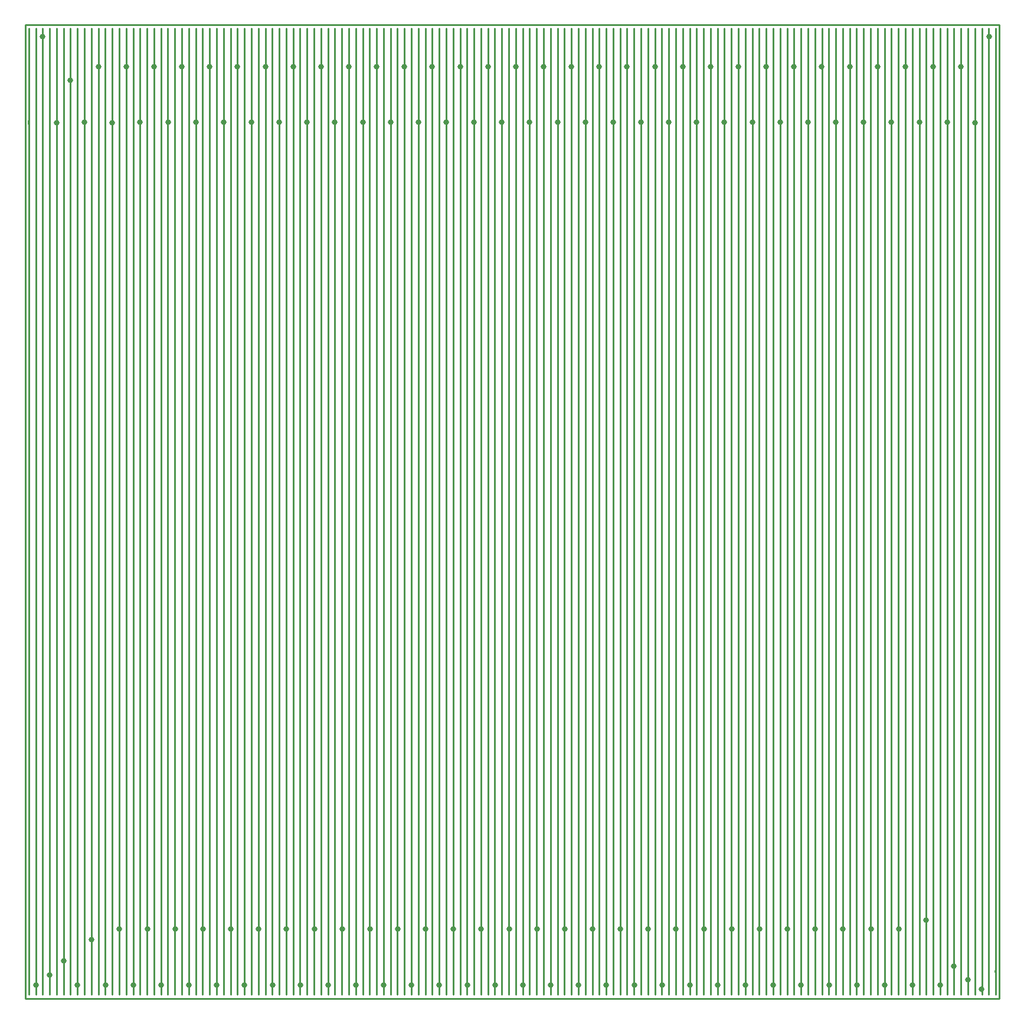
<source format=gtl>
G04*
G04 #@! TF.GenerationSoftware,Altium Limited,Altium Designer,21.3.1 (25)*
G04*
G04 Layer_Physical_Order=1*
G04 Layer_Color=255*
%FSLAX25Y25*%
%MOIN*%
G70*
G04*
G04 #@! TF.SameCoordinates,D0EAD6BF-6444-4E14-9138-9319D8FA21D0*
G04*
G04*
G04 #@! TF.FilePolarity,Positive*
G04*
G01*
G75*
%ADD10C,0.00984*%
%ADD11C,0.01575*%
%ADD12C,0.03150*%
%ADD13C,0.01000*%
G36*
X2461Y495980D02*
X2461Y495891D01*
X2481Y495567D01*
X2488Y495527D01*
X2497Y495496D01*
X2506Y495472D01*
X2517Y495457D01*
X1972Y494901D01*
X1415Y495470D01*
X1426Y495486D01*
X1437Y495510D01*
X1446Y495542D01*
X1454Y495583D01*
X1461Y495631D01*
X1471Y495753D01*
X1476Y495996D01*
X2461Y495980D01*
D02*
G37*
G36*
X2517Y494346D02*
X2506Y494330D01*
X2497Y494307D01*
X2488Y494275D01*
X2481Y494235D01*
X2461Y493911D01*
X2461Y493822D01*
X1476Y493806D01*
X1471Y494050D01*
X1461Y494171D01*
X1454Y494219D01*
X1446Y494260D01*
X1437Y494292D01*
X1426Y494316D01*
X1415Y494332D01*
X1972Y494901D01*
X2517Y494346D01*
D02*
G37*
D10*
X1969Y2461D02*
Y548032D01*
Y2461D02*
Y548032D01*
X5898Y2461D02*
Y548032D01*
X9827Y2461D02*
Y548032D01*
X21614Y2461D02*
Y548032D01*
X25543Y2461D02*
Y548032D01*
X29472Y2461D02*
Y548032D01*
X37331Y2461D02*
Y548032D01*
X41260Y2461D02*
Y548032D01*
X45189Y2461D02*
Y548032D01*
X53047Y2461D02*
Y548032D01*
X56976Y2461D02*
Y548032D01*
X60905Y2461D02*
Y548032D01*
X64835Y2461D02*
Y548032D01*
X68764Y2461D02*
Y548032D01*
X72693Y2461D02*
Y548032D01*
X76622Y2461D02*
Y548032D01*
X80551Y2461D02*
Y548032D01*
X84480Y2461D02*
Y548032D01*
X88409Y2461D02*
Y548032D01*
X92339Y2461D02*
Y548032D01*
X96268Y2461D02*
Y548032D01*
X100197Y2461D02*
Y548032D01*
X104126Y2461D02*
Y548032D01*
X108055Y2461D02*
Y548032D01*
X111984Y2461D02*
Y548032D01*
X115913Y2461D02*
Y548032D01*
X119843Y2461D02*
Y548032D01*
X123772Y2461D02*
Y548032D01*
X127701Y2461D02*
Y548032D01*
X131630Y2461D02*
Y548032D01*
X135559Y2461D02*
Y548032D01*
X139488Y2461D02*
Y548032D01*
X143417Y2461D02*
Y548032D01*
X147346Y2461D02*
Y548032D01*
X151276Y2461D02*
Y548032D01*
X155205Y2461D02*
Y548032D01*
X159134Y2461D02*
Y548032D01*
X163063Y2461D02*
Y548032D01*
X166992Y2461D02*
Y548032D01*
X170921Y2461D02*
Y548032D01*
X174850Y2461D02*
Y548032D01*
X178779Y2461D02*
Y548032D01*
X182709Y2461D02*
Y548032D01*
X186638Y2461D02*
Y548032D01*
X190567Y2461D02*
Y548032D01*
X194496Y2461D02*
Y548032D01*
X198425Y2461D02*
Y548032D01*
X202354Y2461D02*
Y548032D01*
X206283Y2461D02*
Y548032D01*
X210213Y2461D02*
Y548032D01*
X214142Y2461D02*
Y548032D01*
X218071Y2461D02*
Y548032D01*
X222000Y2461D02*
Y548032D01*
X225929Y2461D02*
Y548032D01*
X229858Y2461D02*
Y548032D01*
X233787Y2461D02*
Y548032D01*
X237717Y2461D02*
Y548032D01*
X241646Y2461D02*
Y548032D01*
X245575Y2461D02*
Y548032D01*
X249504Y2461D02*
Y548032D01*
X253433Y2461D02*
Y548032D01*
X257362Y2461D02*
Y548032D01*
X261291Y2461D02*
Y548032D01*
X265220Y2461D02*
Y548032D01*
X269150Y2461D02*
Y548032D01*
X273079Y2461D02*
Y548032D01*
X277008Y2461D02*
Y548032D01*
X280937Y2461D02*
Y548032D01*
X284866Y2461D02*
Y548032D01*
X288795Y2461D02*
Y548032D01*
X292724Y2461D02*
Y548032D01*
X296654Y2461D02*
Y548032D01*
X300583Y2461D02*
Y548032D01*
X304512Y2461D02*
Y548032D01*
X308441Y2461D02*
Y548032D01*
X312370Y2461D02*
Y548032D01*
X316299Y2461D02*
Y548032D01*
X320228Y2461D02*
Y548032D01*
X324158Y2461D02*
Y548032D01*
X328087Y2461D02*
Y548032D01*
X332016Y2461D02*
Y548032D01*
X335945Y2461D02*
Y548032D01*
X339874Y2461D02*
Y548032D01*
X343803Y2461D02*
Y548032D01*
X347732Y2461D02*
Y548032D01*
X351661Y2461D02*
Y548032D01*
X355591Y2461D02*
Y548032D01*
X359520Y2461D02*
Y548032D01*
X363449Y2461D02*
Y548032D01*
X367378Y2461D02*
Y548032D01*
X371307Y2461D02*
Y548032D01*
X375236Y2461D02*
Y548032D01*
X379165Y2461D02*
Y548032D01*
X383095Y2461D02*
Y548032D01*
X387024Y2461D02*
Y548032D01*
X390953Y2461D02*
Y548032D01*
X394882Y2461D02*
Y548032D01*
X398811Y2461D02*
Y548032D01*
X402740Y2461D02*
Y548032D01*
X406669Y2461D02*
Y548032D01*
X410598Y2461D02*
Y548032D01*
X414528Y2461D02*
Y548032D01*
X418457Y2461D02*
Y548032D01*
X422386Y2461D02*
Y548032D01*
X426315Y2461D02*
Y548032D01*
X430244Y2461D02*
Y548032D01*
X434173Y2461D02*
Y548032D01*
X438102Y2461D02*
Y548032D01*
X442031Y2461D02*
Y548032D01*
X445961Y2461D02*
Y548032D01*
X449890Y2461D02*
Y548032D01*
X453819Y2461D02*
Y548032D01*
X457748Y2461D02*
Y548032D01*
X461677Y2461D02*
Y548032D01*
X465606Y2461D02*
Y548032D01*
X469535Y2461D02*
Y548032D01*
X473465Y2461D02*
Y548032D01*
X477394Y2461D02*
Y548032D01*
X481323Y2461D02*
Y548032D01*
X540260Y2461D02*
Y548032D01*
X544189Y2461D02*
Y548032D01*
X13756Y2461D02*
Y548032D01*
X17685Y494126D02*
Y548032D01*
Y2461D02*
Y494063D01*
X33402Y494158D02*
Y548032D01*
Y2461D02*
Y494031D01*
X49118Y2461D02*
Y494000D01*
Y494189D02*
Y548032D01*
X548118Y39417D02*
Y548032D01*
X548110Y39409D02*
X548118Y39417D01*
Y2461D02*
Y39402D01*
X548110Y39409D02*
X548118Y39402D01*
X536331Y2461D02*
Y548032D01*
X512756Y2461D02*
Y548032D01*
X516685Y2461D02*
Y548032D01*
X520614Y2461D02*
Y548032D01*
X524543Y2461D02*
Y548032D01*
X528472Y2461D02*
Y548032D01*
X532402Y2461D02*
Y548032D01*
X504898Y2461D02*
Y548032D01*
X508827Y2461D02*
Y548032D01*
X489181Y2461D02*
Y548032D01*
X493110Y2461D02*
Y548032D01*
X500969Y2461D02*
Y548032D01*
X497039Y2461D02*
Y548032D01*
X485252Y2461D02*
Y548032D01*
D11*
X1959Y494901D02*
D03*
X548032Y15354D02*
D03*
D12*
X41258Y526392D02*
D03*
X25551Y518858D02*
D03*
X49131Y494854D02*
D03*
X33392Y494945D02*
D03*
X17681Y494878D02*
D03*
X544252Y543386D02*
D03*
X56975Y526392D02*
D03*
X72691D02*
D03*
X88408D02*
D03*
X104124D02*
D03*
X119841D02*
D03*
X135557D02*
D03*
X151274D02*
D03*
X166990D02*
D03*
X182707D02*
D03*
X198423D02*
D03*
X214140D02*
D03*
X229856D02*
D03*
X245573D02*
D03*
X261290D02*
D03*
X277006D02*
D03*
X292723D02*
D03*
X308439D02*
D03*
X324156D02*
D03*
X339872D02*
D03*
X355589D02*
D03*
X371305D02*
D03*
X387022D02*
D03*
X402738D02*
D03*
X418455D02*
D03*
X434171D02*
D03*
X449888D02*
D03*
X465604D02*
D03*
X481321D02*
D03*
X497038D02*
D03*
X9843Y543307D02*
D03*
X80557Y494988D02*
D03*
X96273D02*
D03*
X111990D02*
D03*
X127707D02*
D03*
X143423D02*
D03*
X159140D02*
D03*
X174856D02*
D03*
X190573D02*
D03*
X206289D02*
D03*
X222006D02*
D03*
X237722D02*
D03*
X253439D02*
D03*
X269155D02*
D03*
X284872D02*
D03*
X300588D02*
D03*
X316305D02*
D03*
X332021D02*
D03*
X347738D02*
D03*
X363455D02*
D03*
X379171D02*
D03*
X394888D02*
D03*
X410604D02*
D03*
X426321D02*
D03*
X442037D02*
D03*
X457754D02*
D03*
X473470D02*
D03*
X504903D02*
D03*
X520620D02*
D03*
X536299Y494803D02*
D03*
X489187Y494988D02*
D03*
X512756Y526378D02*
D03*
X528473D02*
D03*
X5906Y7874D02*
D03*
X13780Y13386D02*
D03*
X21654Y21260D02*
D03*
X29528Y7874D02*
D03*
X37402Y33465D02*
D03*
X45276Y7874D02*
D03*
X60992D02*
D03*
X76709D02*
D03*
X92425D02*
D03*
X108142D02*
D03*
X123858D02*
D03*
X139575D02*
D03*
X155291D02*
D03*
X171008D02*
D03*
X186724D02*
D03*
X202441D02*
D03*
X218158D02*
D03*
X233874D02*
D03*
X249590D02*
D03*
X265307D02*
D03*
X281024D02*
D03*
X296740D02*
D03*
X312457D02*
D03*
X328173D02*
D03*
X343890D02*
D03*
X359606D02*
D03*
X375323D02*
D03*
X391039D02*
D03*
X406756D02*
D03*
X422472D02*
D03*
X438189D02*
D03*
X453905D02*
D03*
X469622D02*
D03*
X485339D02*
D03*
X501055D02*
D03*
X516772D02*
D03*
X524409Y18504D02*
D03*
X532283Y10630D02*
D03*
X540158Y5512D02*
D03*
X68898Y39370D02*
D03*
X84646D02*
D03*
X100362D02*
D03*
X116079D02*
D03*
X131795D02*
D03*
X147512D02*
D03*
X163228D02*
D03*
X178945D02*
D03*
X194661D02*
D03*
X210378D02*
D03*
X226095D02*
D03*
X241811D02*
D03*
X257528D02*
D03*
X273244D02*
D03*
X288961D02*
D03*
X304677D02*
D03*
X320394D02*
D03*
X336110D02*
D03*
X351827D02*
D03*
X367543D02*
D03*
X383260D02*
D03*
X398976D02*
D03*
X414693D02*
D03*
X430409D02*
D03*
X446126D02*
D03*
X461842D02*
D03*
X477559D02*
D03*
X493276D02*
D03*
X508661Y44488D02*
D03*
X53150Y39370D02*
D03*
X64840Y494988D02*
D03*
D13*
X0Y0D02*
X550000D01*
X550000Y550000D02*
X550000Y0D01*
X0Y550000D02*
X550000D01*
X0Y0D02*
Y550000D01*
M02*

</source>
